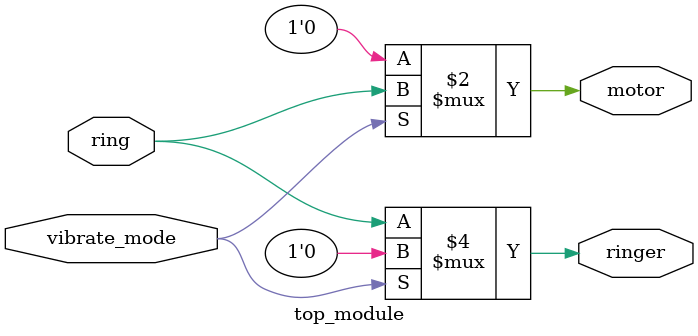
<source format=v>
module top_module (
    input ring,
    input vibrate_mode,
    output ringer,       // Make sound
    output motor         // Vibrate
);
    assign motor=(vibrate_mode==1)?ring:1'b0;
    assign ringer=(vibrate_mode==0)?ring:1'b0;
endmodule

</source>
